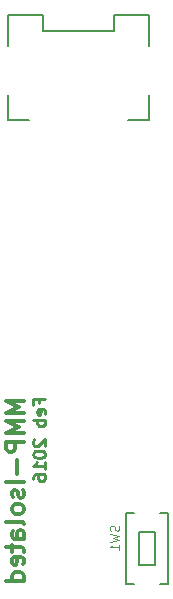
<source format=gbo>
G04 #@! TF.FileFunction,Legend,Bot*
%FSLAX46Y46*%
G04 Gerber Fmt 4.6, Leading zero omitted, Abs format (unit mm)*
G04 Created by KiCad (PCBNEW 4.0.0-rc2-stable) date 17/02/2016 11:29:09*
%MOMM*%
G01*
G04 APERTURE LIST*
%ADD10C,0.100000*%
%ADD11C,0.250000*%
%ADD12C,0.300000*%
%ADD13C,0.150000*%
%ADD14C,0.105000*%
G04 APERTURE END LIST*
D10*
D11*
X89167789Y67804090D02*
X89167789Y68142756D01*
X89699979Y68142756D02*
X88683979Y68142756D01*
X88683979Y67658947D01*
X89651598Y66884852D02*
X89699979Y66981614D01*
X89699979Y67175137D01*
X89651598Y67271899D01*
X89554836Y67320280D01*
X89167789Y67320280D01*
X89071027Y67271899D01*
X89022646Y67175137D01*
X89022646Y66981614D01*
X89071027Y66884852D01*
X89167789Y66836471D01*
X89264550Y66836471D01*
X89361312Y67320280D01*
X89699979Y66401042D02*
X88683979Y66401042D01*
X89071027Y66401042D02*
X89022646Y66304280D01*
X89022646Y66110757D01*
X89071027Y66013995D01*
X89119408Y65965614D01*
X89216170Y65917233D01*
X89506455Y65917233D01*
X89603217Y65965614D01*
X89651598Y66013995D01*
X89699979Y66110757D01*
X89699979Y66304280D01*
X89651598Y66401042D01*
X88780741Y64756090D02*
X88732360Y64707709D01*
X88683979Y64610947D01*
X88683979Y64369043D01*
X88732360Y64272281D01*
X88780741Y64223900D01*
X88877503Y64175519D01*
X88974265Y64175519D01*
X89119408Y64223900D01*
X89699979Y64804471D01*
X89699979Y64175519D01*
X88683979Y63546566D02*
X88683979Y63449805D01*
X88732360Y63353043D01*
X88780741Y63304662D01*
X88877503Y63256281D01*
X89071027Y63207900D01*
X89312931Y63207900D01*
X89506455Y63256281D01*
X89603217Y63304662D01*
X89651598Y63353043D01*
X89699979Y63449805D01*
X89699979Y63546566D01*
X89651598Y63643328D01*
X89603217Y63691709D01*
X89506455Y63740090D01*
X89312931Y63788471D01*
X89071027Y63788471D01*
X88877503Y63740090D01*
X88780741Y63691709D01*
X88732360Y63643328D01*
X88683979Y63546566D01*
X89699979Y62240281D02*
X89699979Y62820852D01*
X89699979Y62530566D02*
X88683979Y62530566D01*
X88829122Y62627328D01*
X88925884Y62724090D01*
X88974265Y62820852D01*
X88683979Y61369424D02*
X88683979Y61562947D01*
X88732360Y61659709D01*
X88780741Y61708090D01*
X88925884Y61804852D01*
X89119408Y61853233D01*
X89506455Y61853233D01*
X89603217Y61804852D01*
X89651598Y61756471D01*
X89699979Y61659709D01*
X89699979Y61466186D01*
X89651598Y61369424D01*
X89603217Y61321043D01*
X89506455Y61272662D01*
X89264550Y61272662D01*
X89167789Y61321043D01*
X89119408Y61369424D01*
X89071027Y61466186D01*
X89071027Y61659709D01*
X89119408Y61756471D01*
X89167789Y61804852D01*
X89264550Y61853233D01*
D12*
X87897789Y68033899D02*
X86373789Y68033899D01*
X87462360Y67525899D01*
X86373789Y67017899D01*
X87897789Y67017899D01*
X87897789Y66292185D02*
X86373789Y66292185D01*
X87462360Y65784185D01*
X86373789Y65276185D01*
X87897789Y65276185D01*
X87897789Y64550471D02*
X86373789Y64550471D01*
X86373789Y63969899D01*
X86446360Y63824757D01*
X86518931Y63752185D01*
X86664074Y63679614D01*
X86881789Y63679614D01*
X87026931Y63752185D01*
X87099503Y63824757D01*
X87172074Y63969899D01*
X87172074Y64550471D01*
X87317217Y63026471D02*
X87317217Y61865328D01*
X87897789Y61139614D02*
X86373789Y61139614D01*
X87825217Y60486471D02*
X87897789Y60341328D01*
X87897789Y60051043D01*
X87825217Y59905900D01*
X87680074Y59833328D01*
X87607503Y59833328D01*
X87462360Y59905900D01*
X87389789Y60051043D01*
X87389789Y60268757D01*
X87317217Y60413900D01*
X87172074Y60486471D01*
X87099503Y60486471D01*
X86954360Y60413900D01*
X86881789Y60268757D01*
X86881789Y60051043D01*
X86954360Y59905900D01*
X87897789Y58962472D02*
X87825217Y59107614D01*
X87752646Y59180186D01*
X87607503Y59252757D01*
X87172074Y59252757D01*
X87026931Y59180186D01*
X86954360Y59107614D01*
X86881789Y58962472D01*
X86881789Y58744757D01*
X86954360Y58599614D01*
X87026931Y58527043D01*
X87172074Y58454472D01*
X87607503Y58454472D01*
X87752646Y58527043D01*
X87825217Y58599614D01*
X87897789Y58744757D01*
X87897789Y58962472D01*
X87897789Y57583615D02*
X87825217Y57728757D01*
X87680074Y57801329D01*
X86373789Y57801329D01*
X87897789Y56349900D02*
X87099503Y56349900D01*
X86954360Y56422471D01*
X86881789Y56567614D01*
X86881789Y56857900D01*
X86954360Y57003043D01*
X87825217Y56349900D02*
X87897789Y56495043D01*
X87897789Y56857900D01*
X87825217Y57003043D01*
X87680074Y57075614D01*
X87534931Y57075614D01*
X87389789Y57003043D01*
X87317217Y56857900D01*
X87317217Y56495043D01*
X87244646Y56349900D01*
X86881789Y55841900D02*
X86881789Y55261329D01*
X86373789Y55624186D02*
X87680074Y55624186D01*
X87825217Y55551614D01*
X87897789Y55406472D01*
X87897789Y55261329D01*
X87825217Y54172757D02*
X87897789Y54317900D01*
X87897789Y54608186D01*
X87825217Y54753329D01*
X87680074Y54825900D01*
X87099503Y54825900D01*
X86954360Y54753329D01*
X86881789Y54608186D01*
X86881789Y54317900D01*
X86954360Y54172757D01*
X87099503Y54100186D01*
X87244646Y54100186D01*
X87389789Y54825900D01*
X87897789Y52793900D02*
X86373789Y52793900D01*
X87825217Y52793900D02*
X87897789Y52939043D01*
X87897789Y53229329D01*
X87825217Y53374471D01*
X87752646Y53447043D01*
X87607503Y53519614D01*
X87172074Y53519614D01*
X87026931Y53447043D01*
X86954360Y53374471D01*
X86881789Y53229329D01*
X86881789Y52939043D01*
X86954360Y52793900D01*
D13*
X97625360Y56933900D02*
X97625360Y54133900D01*
X97625360Y54133900D02*
X99025360Y54133900D01*
X99025360Y54133900D02*
X99025360Y56933900D01*
X99025360Y56933900D02*
X97625360Y56933900D01*
X96575360Y52533900D02*
X97225360Y52533900D01*
X100075360Y52533900D02*
X99425360Y52533900D01*
X99425360Y58533900D02*
X100075360Y58533900D01*
X96575360Y58533900D02*
X97225360Y58533900D01*
X96575360Y52533900D02*
X96575360Y58533900D01*
X100075360Y58533900D02*
X100075360Y52533900D01*
X98526360Y100701900D02*
X95526360Y100701900D01*
X95526360Y100701900D02*
X95526360Y99301900D01*
X95526360Y99301900D02*
X89526360Y99301900D01*
X89526360Y99301900D02*
X89526360Y100701900D01*
X89526360Y100701900D02*
X86526360Y100701900D01*
X86526360Y100701900D02*
X86526360Y98051900D01*
X98526360Y100701900D02*
X98526360Y98051900D01*
X86526360Y91801900D02*
X86526360Y93951900D01*
X86526360Y91801900D02*
X88326360Y91801900D01*
X98526360Y91801900D02*
X98526360Y93951900D01*
X98526360Y91801900D02*
X96726360Y91801900D01*
D14*
X95937901Y57463446D02*
X95974670Y57353137D01*
X95974670Y57169290D01*
X95937901Y57095751D01*
X95901131Y57058981D01*
X95827592Y57022212D01*
X95754053Y57022212D01*
X95680514Y57058981D01*
X95643745Y57095751D01*
X95606975Y57169290D01*
X95570206Y57316368D01*
X95533436Y57389907D01*
X95496667Y57426676D01*
X95423128Y57463446D01*
X95349589Y57463446D01*
X95276050Y57426676D01*
X95239280Y57389907D01*
X95202510Y57316368D01*
X95202510Y57132520D01*
X95239280Y57022212D01*
X95202510Y56764825D02*
X95974670Y56580978D01*
X95423128Y56433900D01*
X95974670Y56286822D01*
X95202510Y56102974D01*
X95974670Y55404353D02*
X95974670Y55845587D01*
X95974670Y55624970D02*
X95202510Y55624970D01*
X95312819Y55698509D01*
X95386358Y55772048D01*
X95423128Y55845587D01*
M02*

</source>
